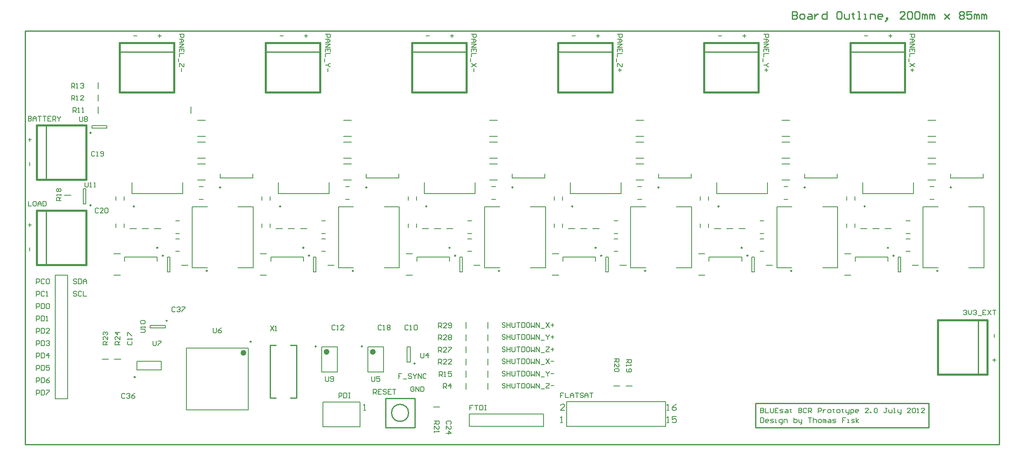
<source format=gto>
%FSLAX44Y44*%
%MOMM*%
G71*
G01*
G75*
G04 Layer_Color=65535*
%ADD10R,1.6000X1.5000*%
%ADD11R,1.5000X1.4000*%
%ADD12R,1.4000X1.5000*%
%ADD13R,0.6500X1.1000*%
%ADD14R,1.5000X1.6000*%
%ADD15R,1.1000X0.6500*%
%ADD16R,0.9500X3.2000*%
%ADD17R,10.5000X8.3000*%
%ADD18R,1.8000X3.5000*%
%ADD19R,1.9000X1.5000*%
%ADD20O,0.4000X2.2500*%
%ADD21R,0.9000X0.6500*%
%ADD22O,1.7000X0.3500*%
%ADD23O,0.5500X1.7500*%
%ADD24O,1.7500X0.5500*%
%ADD25R,2.5000X3.8500*%
%ADD26R,1.5000X2.8000*%
%ADD27R,1.0000X3.0500*%
%ADD28R,5.5500X6.5000*%
%ADD29R,2.1000X5.6000*%
%ADD30R,2.1000X1.4000*%
%ADD31C,0.2000*%
%ADD32C,1.5000*%
%ADD33C,0.8000*%
%ADD34C,1.2000*%
%ADD35C,0.7500*%
%ADD36C,1.0000*%
%ADD37C,0.2540*%
%ADD38R,1.5000X1.5000*%
%ADD39C,1.5000*%
%ADD40R,1.5000X1.5000*%
%ADD41C,1.0000*%
%ADD42C,7.0000*%
%ADD43C,2.5400*%
%ADD44C,0.5000*%
%ADD45C,0.9000*%
%ADD46C,1.0160*%
%ADD47C,1.9160*%
G04:AMPARAMS|DCode=48|XSize=2.424mm|YSize=2.424mm|CornerRadius=0mm|HoleSize=0mm|Usage=FLASHONLY|Rotation=0.000|XOffset=0mm|YOffset=0mm|HoleType=Round|Shape=Relief|Width=0.254mm|Gap=0.254mm|Entries=4|*
%AMTHD48*
7,0,0,2.4240,1.9160,0.2540,45*
%
%ADD48THD48*%
%ADD49C,1.3160*%
%ADD50C,4.5160*%
%ADD51C,2.5160*%
G04:AMPARAMS|DCode=52|XSize=3.024mm|YSize=3.024mm|CornerRadius=0mm|HoleSize=0mm|Usage=FLASHONLY|Rotation=0.000|XOffset=0mm|YOffset=0mm|HoleType=Round|Shape=Relief|Width=0.254mm|Gap=0.254mm|Entries=4|*
%AMTHD52*
7,0,0,3.0240,2.5160,0.2540,45*
%
%ADD52THD52*%
%ADD53C,1.2160*%
%ADD54C,1.5160*%
%ADD55C,0.2500*%
%ADD56C,0.6000*%
%ADD57C,0.3810*%
%ADD58C,0.2032*%
D31*
X1633500Y2000000D02*
X1646500D01*
X1608500D02*
X1621500D01*
X2061500Y1861900D02*
Y1912700D01*
X2137700Y1861900D02*
Y1912700D01*
X2061500Y1861900D02*
X2137700D01*
X2061500Y1912700D02*
X2137700D01*
X2061500D02*
X2110183D01*
X1537700Y1918700D02*
Y2153650D01*
Y2172700D01*
X1512300D02*
X1537700D01*
X1512300Y1918700D02*
Y2172700D01*
Y1918700D02*
X1537700D01*
X1600250Y2506250D02*
Y2519250D01*
Y2531250D02*
Y2544250D01*
Y2556250D02*
Y2569250D01*
X1587250Y2480250D02*
X1618250D01*
X1587250Y2475250D02*
X1618250D01*
Y2480250D01*
X1587250Y2475250D02*
Y2480250D01*
X1570000Y2319500D02*
Y2350500D01*
X1575000Y2319500D02*
Y2350500D01*
X1570000D02*
X1575000D01*
X1570000Y2319500D02*
X1575000D01*
X1531000Y2337500D02*
X1544000D01*
X2870000Y2341000D02*
Y2363500D01*
Y2341000D02*
X2974000D01*
Y2363500D01*
X1804000Y2458500D02*
X1820000D01*
X1804000Y2491500D02*
X1820000D01*
X2704000Y2458500D02*
X2720000D01*
X2704000Y2491500D02*
X2720000D01*
X2104000Y2458500D02*
X2120000D01*
X2104000Y2491500D02*
X2120000D01*
X3004000Y2458500D02*
X3020000D01*
X3004000Y2491500D02*
X3020000D01*
X2404000Y2458500D02*
X2420000D01*
X2404000Y2491500D02*
X2420000D01*
X3304000Y2458500D02*
X3320000D01*
X3304000Y2491500D02*
X3320000D01*
X3153500Y2271000D02*
Y2279000D01*
X3136500Y2271000D02*
Y2279000D01*
X2253500Y2271000D02*
Y2279000D01*
X2236500Y2271000D02*
Y2279000D01*
X2853500Y2271000D02*
Y2279000D01*
X2836500Y2271000D02*
Y2279000D01*
X1953500Y2271000D02*
Y2279000D01*
X1936500Y2271000D02*
Y2279000D01*
X2553500Y2271000D02*
Y2279000D01*
X2536500Y2271000D02*
Y2279000D01*
X1653500Y2271000D02*
Y2279000D01*
X1636500Y2271000D02*
Y2279000D01*
X1680000Y1978500D02*
X1730000D01*
X1680000Y1996500D02*
X1730000D01*
X1680000Y1978500D02*
Y1996500D01*
X1730000Y1978500D02*
Y1996500D01*
X2234000Y1994500D02*
Y2025500D01*
X2241000Y1994500D02*
Y2025500D01*
X2234000D02*
X2241000D01*
X2234000Y1994500D02*
X2241000D01*
X2059000Y1974500D02*
Y2025500D01*
X2091000Y1974500D02*
Y2025500D01*
X2059000D02*
X2091000D01*
X2059000Y1974500D02*
X2091000D01*
X2154000D02*
Y2025500D01*
X2186000Y1974500D02*
Y2025500D01*
X2154000D02*
X2186000D01*
X2154000Y1974500D02*
X2186000D01*
X2355000Y1938500D02*
Y1951500D01*
Y1963500D02*
Y1976500D01*
Y1988500D02*
Y2001500D01*
Y2013500D02*
Y2026500D01*
Y2038500D02*
Y2051500D01*
Y2063500D02*
Y2076500D01*
X2683500Y1945000D02*
X2696500D01*
X2658500D02*
X2671500D01*
X2288500Y1902500D02*
X2301500D01*
X1781500Y2023500D02*
X1908500D01*
X1781500Y1896500D02*
X1908500D01*
Y2023500D01*
X1781500Y1896500D02*
Y2023500D01*
X1707000Y2065000D02*
X1738000D01*
X1707000Y2070000D02*
X1738000D01*
X1707000Y2065000D02*
Y2070000D01*
X1738000Y2065000D02*
Y2070000D01*
X2514700Y1862300D02*
Y1887700D01*
X2362300Y1862300D02*
Y1887700D01*
X2514700D01*
X2362300Y1862300D02*
X2514700D01*
X2765500D02*
Y1913100D01*
X2562300Y1862300D02*
Y1913100D01*
Y1862300D02*
X2765500D01*
X2562300Y1913100D02*
X2765500D01*
X1670000Y2341000D02*
Y2363500D01*
Y2341000D02*
X1774000D01*
Y2363500D01*
X2570000Y2341000D02*
Y2363500D01*
Y2341000D02*
X2674000D01*
Y2363500D01*
X1970000Y2341000D02*
Y2363500D01*
Y2341000D02*
X2074000D01*
Y2363500D01*
X2270000Y2341000D02*
Y2363500D01*
Y2341000D02*
X2374000D01*
Y2363500D01*
X3170000Y2341000D02*
Y2363500D01*
Y2341000D02*
X3274000D01*
Y2363500D01*
X3165500Y2269000D02*
X3178500D01*
X3215500D02*
X3228500D01*
X3190500D02*
X3203500D01*
X3304000Y2401500D02*
X3320000D01*
X3304000Y2368500D02*
X3320000D01*
X3304000Y2446500D02*
X3320000D01*
X3304000Y2413500D02*
X3320000D01*
X3293500Y2188500D02*
Y2313500D01*
X3418500Y2188500D02*
Y2313500D01*
X3293500Y2188500D02*
X3324500D01*
X3293500Y2313500D02*
X3324500D01*
X3387500Y2188500D02*
X3418500D01*
X3387500Y2313500D02*
X3418500D01*
X3153500Y2327000D02*
Y2335000D01*
X3136500Y2327000D02*
Y2335000D01*
X3132500Y2173000D02*
X3145500D01*
X3308000Y2355000D02*
X3316000D01*
X3308000Y2329000D02*
X3316000D01*
X3350500Y2373000D02*
Y2381500D01*
Y2373000D02*
X3417500D01*
Y2381500D01*
X3242500Y2210500D02*
X3247500D01*
X3242500Y2179500D02*
X3247500D01*
X3242500D02*
Y2210500D01*
X3247500Y2179500D02*
Y2210500D01*
X3132500Y2217000D02*
X3145500D01*
X3259000Y2248000D02*
X3267000D01*
X3259000Y2222000D02*
X3267000D01*
X3259000Y2285000D02*
X3267000D01*
X3259000Y2259000D02*
X3267000D01*
X3271500Y2193000D02*
X3284500D01*
X3221500Y2201500D02*
Y2210000D01*
X3154500D02*
X3221500D01*
X3154500Y2201500D02*
Y2210000D01*
X2265500Y2269000D02*
X2278500D01*
X2315500D02*
X2328500D01*
X2290500D02*
X2303500D01*
X2404000Y2401500D02*
X2420000D01*
X2404000Y2368500D02*
X2420000D01*
X2404000Y2446500D02*
X2420000D01*
X2404000Y2413500D02*
X2420000D01*
X2393500Y2188500D02*
Y2313500D01*
X2518500Y2188500D02*
Y2313500D01*
X2393500Y2188500D02*
X2424500D01*
X2393500Y2313500D02*
X2424500D01*
X2487500Y2188500D02*
X2518500D01*
X2487500Y2313500D02*
X2518500D01*
X2253500Y2327000D02*
Y2335000D01*
X2236500Y2327000D02*
Y2335000D01*
X2232500Y2173000D02*
X2245500D01*
X2408000Y2355000D02*
X2416000D01*
X2408000Y2329000D02*
X2416000D01*
X2450500Y2373000D02*
Y2381500D01*
Y2373000D02*
X2517500D01*
Y2381500D01*
X2342500Y2210500D02*
X2347500D01*
X2342500Y2179500D02*
X2347500D01*
X2342500D02*
Y2210500D01*
X2347500Y2179500D02*
Y2210500D01*
X2232500Y2217000D02*
X2245500D01*
X2359000Y2248000D02*
X2367000D01*
X2359000Y2222000D02*
X2367000D01*
X2359000Y2285000D02*
X2367000D01*
X2359000Y2259000D02*
X2367000D01*
X2371500Y2193000D02*
X2384500D01*
X2321500Y2201500D02*
Y2210000D01*
X2254500D02*
X2321500D01*
X2254500Y2201500D02*
Y2210000D01*
X2865500Y2269000D02*
X2878500D01*
X2915500D02*
X2928500D01*
X2890500D02*
X2903500D01*
X3004000Y2401500D02*
X3020000D01*
X3004000Y2368500D02*
X3020000D01*
X3004000Y2446500D02*
X3020000D01*
X3004000Y2413500D02*
X3020000D01*
X2993500Y2188500D02*
Y2313500D01*
X3118500Y2188500D02*
Y2313500D01*
X2993500Y2188500D02*
X3024500D01*
X2993500Y2313500D02*
X3024500D01*
X3087500Y2188500D02*
X3118500D01*
X3087500Y2313500D02*
X3118500D01*
X2853500Y2327000D02*
Y2335000D01*
X2836500Y2327000D02*
Y2335000D01*
X2832500Y2173000D02*
X2845500D01*
X3008000Y2355000D02*
X3016000D01*
X3008000Y2329000D02*
X3016000D01*
X3050500Y2373000D02*
Y2381500D01*
Y2373000D02*
X3117500D01*
Y2381500D01*
X2942500Y2210500D02*
X2947500D01*
X2942500Y2179500D02*
X2947500D01*
X2942500D02*
Y2210500D01*
X2947500Y2179500D02*
Y2210500D01*
X2832500Y2217000D02*
X2845500D01*
X2959000Y2248000D02*
X2967000D01*
X2959000Y2222000D02*
X2967000D01*
X2959000Y2285000D02*
X2967000D01*
X2959000Y2259000D02*
X2967000D01*
X2971500Y2193000D02*
X2984500D01*
X2921500Y2201500D02*
Y2210000D01*
X2854500D02*
X2921500D01*
X2854500Y2201500D02*
Y2210000D01*
X2565500Y2269000D02*
X2578500D01*
X2615500D02*
X2628500D01*
X2590500D02*
X2603500D01*
X2704000Y2401500D02*
X2720000D01*
X2704000Y2368500D02*
X2720000D01*
X2704000Y2446500D02*
X2720000D01*
X2704000Y2413500D02*
X2720000D01*
X2693500Y2188500D02*
Y2313500D01*
X2818500Y2188500D02*
Y2313500D01*
X2693500Y2188500D02*
X2724500D01*
X2693500Y2313500D02*
X2724500D01*
X2787500Y2188500D02*
X2818500D01*
X2787500Y2313500D02*
X2818500D01*
X2553500Y2327000D02*
Y2335000D01*
X2536500Y2327000D02*
Y2335000D01*
X2532500Y2173000D02*
X2545500D01*
X2708000Y2355000D02*
X2716000D01*
X2708000Y2329000D02*
X2716000D01*
X2750500Y2373000D02*
Y2381500D01*
Y2373000D02*
X2817500D01*
Y2381500D01*
X2642500Y2210500D02*
X2647500D01*
X2642500Y2179500D02*
X2647500D01*
X2642500D02*
Y2210500D01*
X2647500Y2179500D02*
Y2210500D01*
X2532500Y2217000D02*
X2545500D01*
X2659000Y2248000D02*
X2667000D01*
X2659000Y2222000D02*
X2667000D01*
X2659000Y2285000D02*
X2667000D01*
X2659000Y2259000D02*
X2667000D01*
X2671500Y2193000D02*
X2684500D01*
X2621500Y2201500D02*
Y2210000D01*
X2554500D02*
X2621500D01*
X2554500Y2201500D02*
Y2210000D01*
X1665500Y2269000D02*
X1678500D01*
X1715500D02*
X1728500D01*
X1690500D02*
X1703500D01*
X1804000Y2401500D02*
X1820000D01*
X1804000Y2368500D02*
X1820000D01*
X1804000Y2446500D02*
X1820000D01*
X1804000Y2413500D02*
X1820000D01*
X1793500Y2188500D02*
Y2313500D01*
X1918500Y2188500D02*
Y2313500D01*
X1793500Y2188500D02*
X1824500D01*
X1793500Y2313500D02*
X1824500D01*
X1887500Y2188500D02*
X1918500D01*
X1887500Y2313500D02*
X1918500D01*
X1653500Y2327000D02*
Y2335000D01*
X1636500Y2327000D02*
Y2335000D01*
X1632500Y2173000D02*
X1645500D01*
X1808000Y2355000D02*
X1816000D01*
X1808000Y2329000D02*
X1816000D01*
X1850500Y2373000D02*
Y2381500D01*
Y2373000D02*
X1917500D01*
Y2381500D01*
X1742500Y2210500D02*
X1747500D01*
X1742500Y2179500D02*
X1747500D01*
X1742500D02*
Y2210500D01*
X1747500Y2179500D02*
Y2210500D01*
X1632500Y2217000D02*
X1645500D01*
X1759000Y2248000D02*
X1767000D01*
X1759000Y2222000D02*
X1767000D01*
X1759000Y2285000D02*
X1767000D01*
X1759000Y2259000D02*
X1767000D01*
X1771500Y2193000D02*
X1784500D01*
X1721500Y2201500D02*
Y2210000D01*
X1654500D02*
X1721500D01*
X1654500Y2201500D02*
Y2210000D01*
X1965500Y2269000D02*
X1978500D01*
X2015500D02*
X2028500D01*
X1990500D02*
X2003500D01*
X2104000Y2401500D02*
X2120000D01*
X2104000Y2368500D02*
X2120000D01*
X2104000Y2446500D02*
X2120000D01*
X2104000Y2413500D02*
X2120000D01*
X2093500Y2188500D02*
Y2313500D01*
X2218500Y2188500D02*
Y2313500D01*
X2093500Y2188500D02*
X2124500D01*
X2093500Y2313500D02*
X2124500D01*
X2187500Y2188500D02*
X2218500D01*
X2187500Y2313500D02*
X2218500D01*
X1953500Y2327000D02*
Y2335000D01*
X1936500Y2327000D02*
Y2335000D01*
X1932500Y2173000D02*
X1945500D01*
X2108000Y2355000D02*
X2116000D01*
X2108000Y2329000D02*
X2116000D01*
X2150500Y2373000D02*
Y2381500D01*
Y2373000D02*
X2217500D01*
Y2381500D01*
X2042500Y2210500D02*
X2047500D01*
X2042500Y2179500D02*
X2047500D01*
X2042500D02*
Y2210500D01*
X2047500Y2179500D02*
Y2210500D01*
X1932500Y2217000D02*
X1945500D01*
X2059000Y2248000D02*
X2067000D01*
X2059000Y2222000D02*
X2067000D01*
X2059000Y2285000D02*
X2067000D01*
X2059000Y2259000D02*
X2067000D01*
X2071500Y2193000D02*
X2084500D01*
X2021500Y2201500D02*
Y2210000D01*
X1954500D02*
X2021500D01*
X1954500Y2201500D02*
Y2210000D01*
X1790500Y2506250D02*
Y2519250D01*
X2400000Y2063500D02*
Y2076500D01*
Y2038500D02*
Y2051500D01*
Y2013500D02*
Y2026500D01*
Y1988500D02*
Y2001500D01*
Y1963500D02*
Y1976500D01*
Y1938500D02*
Y1951500D01*
X1645000Y2030000D02*
X1635003D01*
Y2034998D01*
X1636669Y2036664D01*
X1640002D01*
X1641668Y2034998D01*
Y2030000D01*
Y2033332D02*
X1645000Y2036664D01*
Y2046661D02*
Y2039997D01*
X1638336Y2046661D01*
X1636669D01*
X1635003Y2044995D01*
Y2041663D01*
X1636669Y2039997D01*
X1645000Y2054992D02*
X1635003D01*
X1640002Y2049994D01*
Y2056658D01*
X1620000Y2030000D02*
X1610003D01*
Y2034998D01*
X1611669Y2036664D01*
X1615002D01*
X1616668Y2034998D01*
Y2030000D01*
Y2033332D02*
X1620000Y2036664D01*
Y2046661D02*
Y2039997D01*
X1613336Y2046661D01*
X1611669D01*
X1610003Y2044995D01*
Y2041663D01*
X1611669Y2039997D01*
Y2049994D02*
X1610003Y2051660D01*
Y2054992D01*
X1611669Y2056658D01*
X1613336D01*
X1615002Y2054992D01*
Y2053326D01*
Y2054992D01*
X1616668Y2056658D01*
X1618334D01*
X1620000Y2054992D01*
Y2051660D01*
X1618334Y2049994D01*
X2094230Y1920748D02*
Y1930745D01*
X2099228D01*
X2100894Y1929079D01*
Y1925746D01*
X2099228Y1924080D01*
X2094230D01*
X2104227Y1930745D02*
Y1920748D01*
X2109225D01*
X2110891Y1922414D01*
Y1929079D01*
X2109225Y1930745D01*
X2104227D01*
X2114224D02*
X2117556D01*
X2115890D01*
Y1920748D01*
X2114224D01*
X2117556D01*
X1953768Y2068667D02*
X1960432Y2058670D01*
Y2068667D02*
X1953768Y2058670D01*
X1963765D02*
X1967097D01*
X1965431D01*
Y2068667D01*
X1963765Y2067001D01*
X1573000Y2363997D02*
Y2355666D01*
X1574666Y2354000D01*
X1577998D01*
X1579664Y2355666D01*
Y2363997D01*
X1582997Y2354000D02*
X1586329D01*
X1584663D01*
Y2363997D01*
X1582997Y2362331D01*
X1591327Y2354000D02*
X1594660D01*
X1592994D01*
Y2363997D01*
X1591327Y2362331D01*
X1686977Y2055114D02*
X1695308D01*
X1696974Y2056780D01*
Y2060112D01*
X1695308Y2061779D01*
X1686977D01*
X1696974Y2065111D02*
Y2068443D01*
Y2066777D01*
X1686977D01*
X1688643Y2065111D01*
Y2073441D02*
X1686977Y2075108D01*
Y2078440D01*
X1688643Y2080106D01*
X1695308D01*
X1696974Y2078440D01*
Y2075108D01*
X1695308Y2073441D01*
X1688643D01*
X2066544Y1964527D02*
Y1956196D01*
X2068210Y1954530D01*
X2071542D01*
X2073208Y1956196D01*
Y1964527D01*
X2076541Y1956196D02*
X2078207Y1954530D01*
X2081539D01*
X2083205Y1956196D01*
Y1962861D01*
X2081539Y1964527D01*
X2078207D01*
X2076541Y1962861D01*
Y1961194D01*
X2078207Y1959528D01*
X2083205D01*
X1561750Y2498747D02*
Y2490416D01*
X1563416Y2488750D01*
X1566748D01*
X1568414Y2490416D01*
Y2498747D01*
X1571747Y2497081D02*
X1573413Y2498747D01*
X1576745D01*
X1578411Y2497081D01*
Y2495414D01*
X1576745Y2493748D01*
X1578411Y2492082D01*
Y2490416D01*
X1576745Y2488750D01*
X1573413D01*
X1571747Y2490416D01*
Y2492082D01*
X1573413Y2493748D01*
X1571747Y2495414D01*
Y2497081D01*
X1573413Y2493748D02*
X1576745D01*
X1713000Y2037997D02*
Y2029666D01*
X1714666Y2028000D01*
X1717998D01*
X1719664Y2029666D01*
Y2037997D01*
X1722997D02*
X1729661D01*
Y2036331D01*
X1722997Y2029666D01*
Y2028000D01*
X1836674Y2064857D02*
Y2056526D01*
X1838340Y2054860D01*
X1841672D01*
X1843338Y2056526D01*
Y2064857D01*
X1853335D02*
X1850003Y2063191D01*
X1846671Y2059858D01*
Y2056526D01*
X1848337Y2054860D01*
X1851669D01*
X1853335Y2056526D01*
Y2058192D01*
X1851669Y2059858D01*
X1846671D01*
X2161794Y1964527D02*
Y1956196D01*
X2163460Y1954530D01*
X2166792D01*
X2168459Y1956196D01*
Y1964527D01*
X2178455D02*
X2171791D01*
Y1959528D01*
X2175123Y1961194D01*
X2176789D01*
X2178455Y1959528D01*
Y1956196D01*
X2176789Y1954530D01*
X2173457D01*
X2171791Y1956196D01*
X2262632Y2013041D02*
Y2004710D01*
X2264298Y2003044D01*
X2267630D01*
X2269297Y2004710D01*
Y2013041D01*
X2277627Y2003044D02*
Y2013041D01*
X2272629Y2008042D01*
X2279293D01*
X2298700Y2065020D02*
Y2075017D01*
X2303698D01*
X2305365Y2073351D01*
Y2070018D01*
X2303698Y2068352D01*
X2298700D01*
X2302032D02*
X2305365Y2065020D01*
X2315361D02*
X2308697D01*
X2315361Y2071685D01*
Y2073351D01*
X2313695Y2075017D01*
X2310363D01*
X2308697Y2073351D01*
X2318694Y2066686D02*
X2320360Y2065020D01*
X2323692D01*
X2325358Y2066686D01*
Y2073351D01*
X2323692Y2075017D01*
X2320360D01*
X2318694Y2073351D01*
Y2071685D01*
X2320360Y2070018D01*
X2325358D01*
X2298700Y2040128D02*
Y2050125D01*
X2303698D01*
X2305365Y2048459D01*
Y2045126D01*
X2303698Y2043460D01*
X2298700D01*
X2302032D02*
X2305365Y2040128D01*
X2315361D02*
X2308697D01*
X2315361Y2046792D01*
Y2048459D01*
X2313695Y2050125D01*
X2310363D01*
X2308697Y2048459D01*
X2318694D02*
X2320360Y2050125D01*
X2323692D01*
X2325358Y2048459D01*
Y2046792D01*
X2323692Y2045126D01*
X2325358Y2043460D01*
Y2041794D01*
X2323692Y2040128D01*
X2320360D01*
X2318694Y2041794D01*
Y2043460D01*
X2320360Y2045126D01*
X2318694Y2046792D01*
Y2048459D01*
X2320360Y2045126D02*
X2323692D01*
X2298700Y2014982D02*
Y2024979D01*
X2303698D01*
X2305365Y2023313D01*
Y2019980D01*
X2303698Y2018314D01*
X2298700D01*
X2302032D02*
X2305365Y2014982D01*
X2315361D02*
X2308697D01*
X2315361Y2021647D01*
Y2023313D01*
X2313695Y2024979D01*
X2310363D01*
X2308697Y2023313D01*
X2318694Y2024979D02*
X2325358D01*
Y2023313D01*
X2318694Y2016648D01*
Y2014982D01*
X2298700Y1990090D02*
Y2000087D01*
X2303698D01*
X2305365Y1998421D01*
Y1995088D01*
X2303698Y1993422D01*
X2298700D01*
X2302032D02*
X2305365Y1990090D01*
X2315361D02*
X2308697D01*
X2315361Y1996754D01*
Y1998421D01*
X2313695Y2000087D01*
X2310363D01*
X2308697Y1998421D01*
X2325358Y1990090D02*
X2318694D01*
X2325358Y1996754D01*
Y1998421D01*
X2323692Y2000087D01*
X2320360D01*
X2318694Y1998421D01*
X1524250Y2326250D02*
X1514253D01*
Y2331248D01*
X1515919Y2332914D01*
X1519252D01*
X1520918Y2331248D01*
Y2326250D01*
Y2329582D02*
X1524250Y2332914D01*
Y2336247D02*
Y2339579D01*
Y2337913D01*
X1514253D01*
X1515919Y2336247D01*
Y2344577D02*
X1514253Y2346244D01*
Y2349576D01*
X1515919Y2351242D01*
X1517585D01*
X1519252Y2349576D01*
X1520918Y2351242D01*
X1522584D01*
X1524250Y2349576D01*
Y2346244D01*
X1522584Y2344577D01*
X1520918D01*
X1519252Y2346244D01*
X1517585Y2344577D01*
X1515919D01*
X1519252Y2346244D02*
Y2349576D01*
X2300478Y1964944D02*
Y1974941D01*
X2305476D01*
X2307142Y1973275D01*
Y1969942D01*
X2305476Y1968276D01*
X2300478D01*
X2303810D02*
X2307142Y1964944D01*
X2310475D02*
X2313807D01*
X2312141D01*
Y1974941D01*
X2310475Y1973275D01*
X2325470Y1974941D02*
X2318805D01*
Y1969942D01*
X2322138Y1971608D01*
X2323804D01*
X2325470Y1969942D01*
Y1966610D01*
X2323804Y1964944D01*
X2320472D01*
X2318805Y1966610D01*
X1545590Y2557780D02*
Y2567777D01*
X1550588D01*
X1552254Y2566111D01*
Y2562778D01*
X1550588Y2561112D01*
X1545590D01*
X1548922D02*
X1552254Y2557780D01*
X1555587D02*
X1558919D01*
X1557253D01*
Y2567777D01*
X1555587Y2566111D01*
X1563917D02*
X1565584Y2567777D01*
X1568916D01*
X1570582Y2566111D01*
Y2564445D01*
X1568916Y2562778D01*
X1567250D01*
X1568916D01*
X1570582Y2561112D01*
Y2559446D01*
X1568916Y2557780D01*
X1565584D01*
X1563917Y2559446D01*
X1545590Y2532634D02*
Y2542631D01*
X1550588D01*
X1552254Y2540965D01*
Y2537632D01*
X1550588Y2535966D01*
X1545590D01*
X1548922D02*
X1552254Y2532634D01*
X1555587D02*
X1558919D01*
X1557253D01*
Y2542631D01*
X1555587Y2540965D01*
X1570582Y2532634D02*
X1563917D01*
X1570582Y2539299D01*
Y2540965D01*
X1568916Y2542631D01*
X1565584D01*
X1563917Y2540965D01*
X1548892Y2507742D02*
Y2517739D01*
X1553890D01*
X1555556Y2516073D01*
Y2512740D01*
X1553890Y2511074D01*
X1548892D01*
X1552224D02*
X1555556Y2507742D01*
X1558889D02*
X1562221D01*
X1560555D01*
Y2517739D01*
X1558889Y2516073D01*
X1567219Y2507742D02*
X1570552D01*
X1568886D01*
Y2517739D01*
X1567219Y2516073D01*
X2308860Y1940052D02*
Y1950049D01*
X2313858D01*
X2315524Y1948383D01*
Y1945050D01*
X2313858Y1943384D01*
X2308860D01*
X2312192D02*
X2315524Y1940052D01*
X2323855D02*
Y1950049D01*
X2318857Y1945050D01*
X2325521D01*
X1766570Y2668232D02*
X1776567D01*
Y2663234D01*
X1774901Y2661567D01*
X1771568D01*
X1769902Y2663234D01*
Y2668232D01*
X1766570Y2658235D02*
X1773235D01*
X1776567Y2654903D01*
X1773235Y2651571D01*
X1766570D01*
X1771568D01*
Y2658235D01*
X1766570Y2648239D02*
X1776567D01*
X1766570Y2641574D01*
X1776567D01*
Y2631577D02*
Y2638242D01*
X1766570D01*
Y2631577D01*
X1771568Y2638242D02*
Y2634909D01*
X1776567Y2628245D02*
X1766570D01*
Y2621581D01*
X1764904Y2618248D02*
Y2611584D01*
X1776567Y2608251D02*
Y2601587D01*
X1774901D01*
X1768236Y2608251D01*
X1766570D01*
Y2601587D01*
X1771568Y2598254D02*
Y2591590D01*
X2666492Y2668232D02*
X2676489D01*
Y2663234D01*
X2674823Y2661567D01*
X2671490D01*
X2669824Y2663234D01*
Y2668232D01*
X2666492Y2658235D02*
X2673156D01*
X2676489Y2654903D01*
X2673156Y2651571D01*
X2666492D01*
X2671490D01*
Y2658235D01*
X2666492Y2648239D02*
X2676489D01*
X2666492Y2641574D01*
X2676489D01*
Y2631577D02*
Y2638242D01*
X2666492D01*
Y2631577D01*
X2671490Y2638242D02*
Y2634909D01*
X2676489Y2628245D02*
X2666492D01*
Y2621581D01*
X2664826Y2618248D02*
Y2611584D01*
X2676489Y2608251D02*
Y2601587D01*
X2674823D01*
X2668158Y2608251D01*
X2666492D01*
Y2601587D01*
X2671490Y2598254D02*
Y2591590D01*
X2674823Y2594922D02*
X2668158D01*
X2066544Y2668232D02*
X2076541D01*
Y2663234D01*
X2074875Y2661567D01*
X2071542D01*
X2069876Y2663234D01*
Y2668232D01*
X2066544Y2658235D02*
X2073208D01*
X2076541Y2654903D01*
X2073208Y2651571D01*
X2066544D01*
X2071542D01*
Y2658235D01*
X2066544Y2648239D02*
X2076541D01*
X2066544Y2641574D01*
X2076541D01*
Y2631577D02*
Y2638242D01*
X2066544D01*
Y2631577D01*
X2071542Y2638242D02*
Y2634909D01*
X2076541Y2628245D02*
X2066544D01*
Y2621581D01*
X2064878Y2618248D02*
Y2611584D01*
X2076541Y2608251D02*
X2074875D01*
X2071542Y2604919D01*
X2074875Y2601587D01*
X2076541D01*
X2071542Y2604919D02*
X2066544D01*
X2071542Y2598254D02*
Y2591590D01*
X2966466Y2668232D02*
X2976463D01*
Y2663234D01*
X2974796Y2661567D01*
X2971465D01*
X2969798Y2663234D01*
Y2668232D01*
X2966466Y2658235D02*
X2973130D01*
X2976463Y2654903D01*
X2973130Y2651571D01*
X2966466D01*
X2971465D01*
Y2658235D01*
X2966466Y2648239D02*
X2976463D01*
X2966466Y2641574D01*
X2976463D01*
Y2631577D02*
Y2638242D01*
X2966466D01*
Y2631577D01*
X2971465Y2638242D02*
Y2634909D01*
X2976463Y2628245D02*
X2966466D01*
Y2621581D01*
X2964800Y2618248D02*
Y2611584D01*
X2976463Y2608251D02*
X2974796D01*
X2971465Y2604919D01*
X2974796Y2601587D01*
X2976463D01*
X2971465Y2604919D02*
X2966466D01*
X2971465Y2598254D02*
Y2591590D01*
X2974796Y2594922D02*
X2968132D01*
X2366518Y2668232D02*
X2376515D01*
Y2663234D01*
X2374849Y2661567D01*
X2371516D01*
X2369850Y2663234D01*
Y2668232D01*
X2366518Y2658235D02*
X2373183D01*
X2376515Y2654903D01*
X2373183Y2651571D01*
X2366518D01*
X2371516D01*
Y2658235D01*
X2366518Y2648239D02*
X2376515D01*
X2366518Y2641574D01*
X2376515D01*
Y2631577D02*
Y2638242D01*
X2366518D01*
Y2631577D01*
X2371516Y2638242D02*
Y2634909D01*
X2376515Y2628245D02*
X2366518D01*
Y2621581D01*
X2364852Y2618248D02*
Y2611584D01*
X2376515Y2608251D02*
X2366518Y2601587D01*
X2376515D02*
X2366518Y2608251D01*
X2371516Y2598254D02*
Y2591590D01*
X3266440Y2668232D02*
X3276437D01*
Y2663234D01*
X3274771Y2661567D01*
X3271438D01*
X3269772Y2663234D01*
Y2668232D01*
X3266440Y2658235D02*
X3273105D01*
X3276437Y2654903D01*
X3273105Y2651571D01*
X3266440D01*
X3271438D01*
Y2658235D01*
X3266440Y2648239D02*
X3276437D01*
X3266440Y2641574D01*
X3276437D01*
Y2631577D02*
Y2638242D01*
X3266440D01*
Y2631577D01*
X3271438Y2638242D02*
Y2634909D01*
X3276437Y2628245D02*
X3266440D01*
Y2621581D01*
X3264774Y2618248D02*
Y2611584D01*
X3276437Y2608251D02*
X3266440Y2601587D01*
X3276437D02*
X3266440Y2608251D01*
X3271438Y2598254D02*
Y2591590D01*
X3274771Y2594922D02*
X3268106D01*
X1456690Y2324953D02*
Y2314956D01*
X1463354D01*
X1471685Y2324953D02*
X1468353D01*
X1466687Y2323287D01*
Y2316622D01*
X1468353Y2314956D01*
X1471685D01*
X1473351Y2316622D01*
Y2323287D01*
X1471685Y2324953D01*
X1476684Y2314956D02*
Y2321620D01*
X1480016Y2324953D01*
X1483348Y2321620D01*
Y2314956D01*
Y2319954D01*
X1476684D01*
X1486680Y2324953D02*
Y2314956D01*
X1491679D01*
X1493345Y2316622D01*
Y2323287D01*
X1491679Y2324953D01*
X1486680D01*
X2369881Y1905853D02*
X2363216D01*
Y1900854D01*
X2366548D01*
X2363216D01*
Y1895856D01*
X2373213Y1905853D02*
X2379877D01*
X2376545D01*
Y1895856D01*
X2383210Y1905853D02*
Y1895856D01*
X2388208D01*
X2389874Y1897522D01*
Y1904187D01*
X2388208Y1905853D01*
X2383210D01*
X2393206D02*
X2396539D01*
X2394872D01*
Y1895856D01*
X2393206D01*
X2396539D01*
X2556317Y1931253D02*
X2549652D01*
Y1926254D01*
X2552984D01*
X2549652D01*
Y1921256D01*
X2559649Y1931253D02*
Y1921256D01*
X2566313D01*
X2569646D02*
Y1927921D01*
X2572978Y1931253D01*
X2576310Y1927921D01*
Y1921256D01*
Y1926254D01*
X2569646D01*
X2579642Y1931253D02*
X2586307D01*
X2582975D01*
Y1921256D01*
X2596304Y1929587D02*
X2594637Y1931253D01*
X2591305D01*
X2589639Y1929587D01*
Y1927921D01*
X2591305Y1926254D01*
X2594637D01*
X2596304Y1924588D01*
Y1922922D01*
X2594637Y1921256D01*
X2591305D01*
X2589639Y1922922D01*
X2599636Y1921256D02*
Y1927921D01*
X2602968Y1931253D01*
X2606300Y1927921D01*
Y1921256D01*
Y1926254D01*
X2599636D01*
X2609633Y1931253D02*
X2616297D01*
X2612965D01*
Y1921256D01*
X1758757Y2105863D02*
X1757090Y2107529D01*
X1753758D01*
X1752092Y2105863D01*
Y2099198D01*
X1753758Y2097532D01*
X1757090D01*
X1758757Y2099198D01*
X1762089Y2105863D02*
X1763755Y2107529D01*
X1767087D01*
X1768753Y2105863D01*
Y2104196D01*
X1767087Y2102530D01*
X1765421D01*
X1767087D01*
X1768753Y2100864D01*
Y2099198D01*
X1767087Y2097532D01*
X1763755D01*
X1762089Y2099198D01*
X1772086Y2107529D02*
X1778750D01*
Y2105863D01*
X1772086Y2099198D01*
Y2097532D01*
X1655379Y1928317D02*
X1653712Y1929983D01*
X1650380D01*
X1648714Y1928317D01*
Y1921652D01*
X1650380Y1919986D01*
X1653712D01*
X1655379Y1921652D01*
X1658711Y1928317D02*
X1660377Y1929983D01*
X1663709D01*
X1665375Y1928317D01*
Y1926651D01*
X1663709Y1924984D01*
X1662043D01*
X1663709D01*
X1665375Y1923318D01*
Y1921652D01*
X1663709Y1919986D01*
X1660377D01*
X1658711Y1921652D01*
X1675372Y1929983D02*
X1672040Y1928317D01*
X1668708Y1924984D01*
Y1921652D01*
X1670374Y1919986D01*
X1673706D01*
X1675372Y1921652D01*
Y1923318D01*
X1673706Y1924984D01*
X1668708D01*
X2323287Y1866331D02*
X2324953Y1867998D01*
Y1871330D01*
X2323287Y1872996D01*
X2316622D01*
X2314956Y1871330D01*
Y1867998D01*
X2316622Y1866331D01*
X2314956Y1856335D02*
Y1862999D01*
X2321620Y1856335D01*
X2323287D01*
X2324953Y1858001D01*
Y1861333D01*
X2323287Y1862999D01*
X2314956Y1848004D02*
X2324953D01*
X2319954Y1853002D01*
Y1846338D01*
X1600665Y2309081D02*
X1598998Y2310747D01*
X1595666D01*
X1594000Y2309081D01*
Y2302416D01*
X1595666Y2300750D01*
X1598998D01*
X1600665Y2302416D01*
X1610661Y2300750D02*
X1603997D01*
X1610661Y2307415D01*
Y2309081D01*
X1608995Y2310747D01*
X1605663D01*
X1603997Y2309081D01*
X1613994D02*
X1615660Y2310747D01*
X1618992D01*
X1620658Y2309081D01*
Y2302416D01*
X1618992Y2300750D01*
X1615660D01*
X1613994Y2302416D01*
Y2309081D01*
X1593165Y2425831D02*
X1591498Y2427497D01*
X1588166D01*
X1586500Y2425831D01*
Y2419166D01*
X1588166Y2417500D01*
X1591498D01*
X1593165Y2419166D01*
X1596497Y2417500D02*
X1599829D01*
X1598163D01*
Y2427497D01*
X1596497Y2425831D01*
X1604827Y2419166D02*
X1606494Y2417500D01*
X1609826D01*
X1611492Y2419166D01*
Y2425831D01*
X1609826Y2427497D01*
X1606494D01*
X1604827Y2425831D01*
Y2424164D01*
X1606494Y2422498D01*
X1611492D01*
X2181667Y2069033D02*
X2180000Y2070699D01*
X2176668D01*
X2175002Y2069033D01*
Y2062368D01*
X2176668Y2060702D01*
X2180000D01*
X2181667Y2062368D01*
X2184999Y2060702D02*
X2188331D01*
X2186665D01*
Y2070699D01*
X2184999Y2069033D01*
X2193329D02*
X2194996Y2070699D01*
X2198328D01*
X2199994Y2069033D01*
Y2067366D01*
X2198328Y2065700D01*
X2199994Y2064034D01*
Y2062368D01*
X2198328Y2060702D01*
X2194996D01*
X2193329Y2062368D01*
Y2064034D01*
X2194996Y2065700D01*
X2193329Y2067366D01*
Y2069033D01*
X2194996Y2065700D02*
X2198328D01*
X1661669Y2036664D02*
X1660003Y2034998D01*
Y2031666D01*
X1661669Y2030000D01*
X1668334D01*
X1670000Y2031666D01*
Y2034998D01*
X1668334Y2036664D01*
X1670000Y2039997D02*
Y2043329D01*
Y2041663D01*
X1660003D01*
X1661669Y2039997D01*
X1660003Y2048327D02*
Y2054992D01*
X1661669D01*
X1668334Y2048327D01*
X1670000D01*
X2086671Y2069033D02*
X2085004Y2070699D01*
X2081672D01*
X2080006Y2069033D01*
Y2062368D01*
X2081672Y2060702D01*
X2085004D01*
X2086671Y2062368D01*
X2090003Y2060702D02*
X2093335D01*
X2091669D01*
Y2070699D01*
X2090003Y2069033D01*
X2104998Y2060702D02*
X2098333D01*
X2104998Y2067366D01*
Y2069033D01*
X2103332Y2070699D01*
X2100000D01*
X2098333Y2069033D01*
X2236785D02*
X2235118Y2070699D01*
X2231786D01*
X2230120Y2069033D01*
Y2062368D01*
X2231786Y2060702D01*
X2235118D01*
X2236785Y2062368D01*
X2240117Y2060702D02*
X2243449D01*
X2241783D01*
Y2070699D01*
X2240117Y2069033D01*
X2248447D02*
X2250114Y2070699D01*
X2253446D01*
X2255112Y2069033D01*
Y2062368D01*
X2253446Y2060702D01*
X2250114D01*
X2248447Y2062368D01*
Y2069033D01*
X1456690Y2499959D02*
Y2489962D01*
X1461688D01*
X1463354Y2491628D01*
Y2493294D01*
X1461688Y2494960D01*
X1456690D01*
X1461688D01*
X1463354Y2496626D01*
Y2498293D01*
X1461688Y2499959D01*
X1456690D01*
X1466687Y2489962D02*
Y2496626D01*
X1470019Y2499959D01*
X1473351Y2496626D01*
Y2489962D01*
Y2494960D01*
X1466687D01*
X1476684Y2499959D02*
X1483348D01*
X1480016D01*
Y2489962D01*
X1486680Y2499959D02*
X1493345D01*
X1490013D01*
Y2489962D01*
X1503342Y2499959D02*
X1496677D01*
Y2489962D01*
X1503342D01*
X1496677Y2494960D02*
X1500009D01*
X1506674Y2489962D02*
Y2499959D01*
X1511672D01*
X1513338Y2498293D01*
Y2494960D01*
X1511672Y2493294D01*
X1506674D01*
X1510006D02*
X1513338Y2489962D01*
X1516671Y2499959D02*
Y2498293D01*
X1520003Y2494960D01*
X1523335Y2498293D01*
Y2499959D01*
X1520003Y2494960D02*
Y2489962D01*
X3376676Y2099767D02*
X3378342Y2101433D01*
X3381674D01*
X3383340Y2099767D01*
Y2098100D01*
X3381674Y2096434D01*
X3380008D01*
X3381674D01*
X3383340Y2094768D01*
Y2093102D01*
X3381674Y2091436D01*
X3378342D01*
X3376676Y2093102D01*
X3386673Y2101433D02*
Y2094768D01*
X3390005Y2091436D01*
X3393337Y2094768D01*
Y2101433D01*
X3396670Y2099767D02*
X3398336Y2101433D01*
X3401668D01*
X3403334Y2099767D01*
Y2098100D01*
X3401668Y2096434D01*
X3400002D01*
X3401668D01*
X3403334Y2094768D01*
Y2093102D01*
X3401668Y2091436D01*
X3398336D01*
X3396670Y2093102D01*
X3406666Y2089770D02*
X3413331D01*
X3423328Y2101433D02*
X3416663D01*
Y2091436D01*
X3423328D01*
X3416663Y2096434D02*
X3419995D01*
X3426660Y2101433D02*
X3433324Y2091436D01*
Y2101433D02*
X3426660Y2091436D01*
X3436657Y2101433D02*
X3443321D01*
X3439989D01*
Y2091436D01*
X2290064Y1872996D02*
X2300061D01*
Y1867998D01*
X2298395Y1866331D01*
X2295062D01*
X2293396Y1867998D01*
Y1872996D01*
Y1869664D02*
X2290064Y1866331D01*
Y1856335D02*
Y1862999D01*
X2296729Y1856335D01*
X2298395D01*
X2300061Y1858001D01*
Y1861333D01*
X2298395Y1862999D01*
X2290064Y1853002D02*
Y1849670D01*
Y1851336D01*
X2300061D01*
X2298395Y1853002D01*
X2165096Y1928368D02*
Y1938365D01*
X2170094D01*
X2171761Y1936699D01*
Y1933366D01*
X2170094Y1931700D01*
X2165096D01*
X2168428D02*
X2171761Y1928368D01*
X2181757Y1938365D02*
X2175093D01*
Y1928368D01*
X2181757D01*
X2175093Y1933366D02*
X2178425D01*
X2191754Y1936699D02*
X2190088Y1938365D01*
X2186756D01*
X2185090Y1936699D01*
Y1935033D01*
X2186756Y1933366D01*
X2190088D01*
X2191754Y1931700D01*
Y1930034D01*
X2190088Y1928368D01*
X2186756D01*
X2185090Y1930034D01*
X2201751Y1938365D02*
X2195086D01*
Y1928368D01*
X2201751D01*
X2195086Y1933366D02*
X2198419D01*
X2205083Y1938365D02*
X2211748D01*
X2208415D01*
Y1928368D01*
X2436174Y2074113D02*
X2434508Y2075779D01*
X2431176D01*
X2429510Y2074113D01*
Y2072446D01*
X2431176Y2070780D01*
X2434508D01*
X2436174Y2069114D01*
Y2067448D01*
X2434508Y2065782D01*
X2431176D01*
X2429510Y2067448D01*
X2439507Y2075779D02*
Y2065782D01*
Y2070780D01*
X2446171D01*
Y2075779D01*
Y2065782D01*
X2449504Y2075779D02*
Y2067448D01*
X2451170Y2065782D01*
X2454502D01*
X2456168Y2067448D01*
Y2075779D01*
X2459500D02*
X2466165D01*
X2462833D01*
Y2065782D01*
X2469497Y2075779D02*
Y2065782D01*
X2474496D01*
X2476162Y2067448D01*
Y2074113D01*
X2474496Y2075779D01*
X2469497D01*
X2484492D02*
X2481160D01*
X2479494Y2074113D01*
Y2067448D01*
X2481160Y2065782D01*
X2484492D01*
X2486158Y2067448D01*
Y2074113D01*
X2484492Y2075779D01*
X2489491D02*
Y2065782D01*
X2492823Y2069114D01*
X2496155Y2065782D01*
Y2075779D01*
X2499487Y2065782D02*
Y2075779D01*
X2506152Y2065782D01*
Y2075779D01*
X2509484Y2064116D02*
X2516149D01*
X2519481Y2075779D02*
X2526145Y2065782D01*
Y2075779D02*
X2519481Y2065782D01*
X2529478Y2070780D02*
X2536142D01*
X2532810Y2074113D02*
Y2067448D01*
X2436174Y1999183D02*
X2434508Y2000849D01*
X2431176D01*
X2429510Y1999183D01*
Y1997516D01*
X2431176Y1995850D01*
X2434508D01*
X2436174Y1994184D01*
Y1992518D01*
X2434508Y1990852D01*
X2431176D01*
X2429510Y1992518D01*
X2439507Y2000849D02*
Y1990852D01*
Y1995850D01*
X2446171D01*
Y2000849D01*
Y1990852D01*
X2449504Y2000849D02*
Y1992518D01*
X2451170Y1990852D01*
X2454502D01*
X2456168Y1992518D01*
Y2000849D01*
X2459500D02*
X2466165D01*
X2462833D01*
Y1990852D01*
X2469497Y2000849D02*
Y1990852D01*
X2474496D01*
X2476162Y1992518D01*
Y1999183D01*
X2474496Y2000849D01*
X2469497D01*
X2484492D02*
X2481160D01*
X2479494Y1999183D01*
Y1992518D01*
X2481160Y1990852D01*
X2484492D01*
X2486158Y1992518D01*
Y1999183D01*
X2484492Y2000849D01*
X2489491D02*
Y1990852D01*
X2492823Y1994184D01*
X2496155Y1990852D01*
Y2000849D01*
X2499487Y1990852D02*
Y2000849D01*
X2506152Y1990852D01*
Y2000849D01*
X2509484Y1989186D02*
X2516149D01*
X2519481Y2000849D02*
X2526145Y1990852D01*
Y2000849D02*
X2519481Y1990852D01*
X2529478Y1995850D02*
X2536142D01*
X2436174Y2049221D02*
X2434508Y2050887D01*
X2431176D01*
X2429510Y2049221D01*
Y2047554D01*
X2431176Y2045888D01*
X2434508D01*
X2436174Y2044222D01*
Y2042556D01*
X2434508Y2040890D01*
X2431176D01*
X2429510Y2042556D01*
X2439507Y2050887D02*
Y2040890D01*
Y2045888D01*
X2446171D01*
Y2050887D01*
Y2040890D01*
X2449504Y2050887D02*
Y2042556D01*
X2451170Y2040890D01*
X2454502D01*
X2456168Y2042556D01*
Y2050887D01*
X2459500D02*
X2466165D01*
X2462833D01*
Y2040890D01*
X2469497Y2050887D02*
Y2040890D01*
X2474496D01*
X2476162Y2042556D01*
Y2049221D01*
X2474496Y2050887D01*
X2469497D01*
X2484492D02*
X2481160D01*
X2479494Y2049221D01*
Y2042556D01*
X2481160Y2040890D01*
X2484492D01*
X2486158Y2042556D01*
Y2049221D01*
X2484492Y2050887D01*
X2489491D02*
Y2040890D01*
X2492823Y2044222D01*
X2496155Y2040890D01*
Y2050887D01*
X2499487Y2040890D02*
Y2050887D01*
X2506152Y2040890D01*
Y2050887D01*
X2509484Y2039224D02*
X2516149D01*
X2519481Y2050887D02*
Y2049221D01*
X2522813Y2045888D01*
X2526145Y2049221D01*
Y2050887D01*
X2522813Y2045888D02*
Y2040890D01*
X2529478Y2045888D02*
X2536142D01*
X2532810Y2049221D02*
Y2042556D01*
X2436174Y1974291D02*
X2434508Y1975957D01*
X2431176D01*
X2429510Y1974291D01*
Y1972625D01*
X2431176Y1970958D01*
X2434508D01*
X2436174Y1969292D01*
Y1967626D01*
X2434508Y1965960D01*
X2431176D01*
X2429510Y1967626D01*
X2439507Y1975957D02*
Y1965960D01*
Y1970958D01*
X2446171D01*
Y1975957D01*
Y1965960D01*
X2449504Y1975957D02*
Y1967626D01*
X2451170Y1965960D01*
X2454502D01*
X2456168Y1967626D01*
Y1975957D01*
X2459500D02*
X2466165D01*
X2462833D01*
Y1965960D01*
X2469497Y1975957D02*
Y1965960D01*
X2474496D01*
X2476162Y1967626D01*
Y1974291D01*
X2474496Y1975957D01*
X2469497D01*
X2484492D02*
X2481160D01*
X2479494Y1974291D01*
Y1967626D01*
X2481160Y1965960D01*
X2484492D01*
X2486158Y1967626D01*
Y1974291D01*
X2484492Y1975957D01*
X2489491D02*
Y1965960D01*
X2492823Y1969292D01*
X2496155Y1965960D01*
Y1975957D01*
X2499487Y1965960D02*
Y1975957D01*
X2506152Y1965960D01*
Y1975957D01*
X2509484Y1964294D02*
X2516149D01*
X2519481Y1975957D02*
Y1974291D01*
X2522813Y1970958D01*
X2526145Y1974291D01*
Y1975957D01*
X2522813Y1970958D02*
Y1965960D01*
X2529478Y1970958D02*
X2536142D01*
X2436174Y2024075D02*
X2434508Y2025741D01*
X2431176D01*
X2429510Y2024075D01*
Y2022408D01*
X2431176Y2020742D01*
X2434508D01*
X2436174Y2019076D01*
Y2017410D01*
X2434508Y2015744D01*
X2431176D01*
X2429510Y2017410D01*
X2439507Y2025741D02*
Y2015744D01*
Y2020742D01*
X2446171D01*
Y2025741D01*
Y2015744D01*
X2449504Y2025741D02*
Y2017410D01*
X2451170Y2015744D01*
X2454502D01*
X2456168Y2017410D01*
Y2025741D01*
X2459500D02*
X2466165D01*
X2462833D01*
Y2015744D01*
X2469497Y2025741D02*
Y2015744D01*
X2474496D01*
X2476162Y2017410D01*
Y2024075D01*
X2474496Y2025741D01*
X2469497D01*
X2484492D02*
X2481160D01*
X2479494Y2024075D01*
Y2017410D01*
X2481160Y2015744D01*
X2484492D01*
X2486158Y2017410D01*
Y2024075D01*
X2484492Y2025741D01*
X2489491D02*
Y2015744D01*
X2492823Y2019076D01*
X2496155Y2015744D01*
Y2025741D01*
X2499487Y2015744D02*
Y2025741D01*
X2506152Y2015744D01*
Y2025741D01*
X2509484Y2014078D02*
X2516149D01*
X2519481Y2025741D02*
X2526145D01*
Y2024075D01*
X2519481Y2017410D01*
Y2015744D01*
X2526145D01*
X2529478Y2020742D02*
X2536142D01*
X2532810Y2024075D02*
Y2017410D01*
X2436174Y1949145D02*
X2434508Y1950811D01*
X2431176D01*
X2429510Y1949145D01*
Y1947478D01*
X2431176Y1945812D01*
X2434508D01*
X2436174Y1944146D01*
Y1942480D01*
X2434508Y1940814D01*
X2431176D01*
X2429510Y1942480D01*
X2439507Y1950811D02*
Y1940814D01*
Y1945812D01*
X2446171D01*
Y1950811D01*
Y1940814D01*
X2449504Y1950811D02*
Y1942480D01*
X2451170Y1940814D01*
X2454502D01*
X2456168Y1942480D01*
Y1950811D01*
X2459500D02*
X2466165D01*
X2462833D01*
Y1940814D01*
X2469497Y1950811D02*
Y1940814D01*
X2474496D01*
X2476162Y1942480D01*
Y1949145D01*
X2474496Y1950811D01*
X2469497D01*
X2484492D02*
X2481160D01*
X2479494Y1949145D01*
Y1942480D01*
X2481160Y1940814D01*
X2484492D01*
X2486158Y1942480D01*
Y1949145D01*
X2484492Y1950811D01*
X2489491D02*
Y1940814D01*
X2492823Y1944146D01*
X2496155Y1940814D01*
Y1950811D01*
X2499487Y1940814D02*
Y1950811D01*
X2506152Y1940814D01*
Y1950811D01*
X2509484Y1939148D02*
X2516149D01*
X2519481Y1950811D02*
X2526145D01*
Y1949145D01*
X2519481Y1942480D01*
Y1940814D01*
X2526145D01*
X2529478Y1945812D02*
X2536142D01*
X2659888Y2001266D02*
X2669885D01*
Y1996268D01*
X2668219Y1994601D01*
X2664886D01*
X2663220Y1996268D01*
Y2001266D01*
Y1997934D02*
X2659888Y1994601D01*
Y1984605D02*
Y1991269D01*
X2666552Y1984605D01*
X2668219D01*
X2669885Y1986271D01*
Y1989603D01*
X2668219Y1991269D01*
Y1981272D02*
X2669885Y1979606D01*
Y1976274D01*
X2668219Y1974608D01*
X2661554D01*
X2659888Y1976274D01*
Y1979606D01*
X2661554Y1981272D01*
X2668219D01*
X2685034Y1999488D02*
X2695031D01*
Y1994490D01*
X2693365Y1992823D01*
X2690032D01*
X2688366Y1994490D01*
Y1999488D01*
Y1996156D02*
X2685034Y1992823D01*
Y1989491D02*
Y1986159D01*
Y1987825D01*
X2695031D01*
X2693365Y1989491D01*
X2686700Y1981161D02*
X2685034Y1979494D01*
Y1976162D01*
X2686700Y1974496D01*
X2693365D01*
X2695031Y1976162D01*
Y1979494D01*
X2693365Y1981161D01*
X2691699D01*
X2690032Y1979494D01*
Y1974496D01*
X1556064Y2163681D02*
X1554398Y2165347D01*
X1551066D01*
X1549400Y2163681D01*
Y2162014D01*
X1551066Y2160348D01*
X1554398D01*
X1556064Y2158682D01*
Y2157016D01*
X1554398Y2155350D01*
X1551066D01*
X1549400Y2157016D01*
X1559397Y2165347D02*
Y2155350D01*
X1564395D01*
X1566061Y2157016D01*
Y2163681D01*
X1564395Y2165347D01*
X1559397D01*
X1569394Y2155350D02*
Y2162014D01*
X1572726Y2165347D01*
X1576058Y2162014D01*
Y2155350D01*
Y2160348D01*
X1569394D01*
X1556064Y2138281D02*
X1554398Y2139947D01*
X1551066D01*
X1549400Y2138281D01*
Y2136615D01*
X1551066Y2134948D01*
X1554398D01*
X1556064Y2133282D01*
Y2131616D01*
X1554398Y2129950D01*
X1551066D01*
X1549400Y2131616D01*
X1566061Y2138281D02*
X1564395Y2139947D01*
X1561063D01*
X1559397Y2138281D01*
Y2131616D01*
X1561063Y2129950D01*
X1564395D01*
X1566061Y2131616D01*
X1569394Y2139947D02*
Y2129950D01*
X1576058D01*
X1473200Y2155350D02*
Y2165347D01*
X1478198D01*
X1479865Y2163681D01*
Y2160348D01*
X1478198Y2158682D01*
X1473200D01*
X1489861Y2163681D02*
X1488195Y2165347D01*
X1484863D01*
X1483197Y2163681D01*
Y2157016D01*
X1484863Y2155350D01*
X1488195D01*
X1489861Y2157016D01*
X1493194Y2163681D02*
X1494860Y2165347D01*
X1498192D01*
X1499858Y2163681D01*
Y2157016D01*
X1498192Y2155350D01*
X1494860D01*
X1493194Y2157016D01*
Y2163681D01*
X1473200Y2129950D02*
Y2139947D01*
X1478198D01*
X1479865Y2138281D01*
Y2134948D01*
X1478198Y2133282D01*
X1473200D01*
X1489861Y2138281D02*
X1488195Y2139947D01*
X1484863D01*
X1483197Y2138281D01*
Y2131616D01*
X1484863Y2129950D01*
X1488195D01*
X1489861Y2131616D01*
X1493194Y2129950D02*
X1496526D01*
X1494860D01*
Y2139947D01*
X1493194Y2138281D01*
X1459998Y2280000D02*
Y2273336D01*
X1463331Y2276668D02*
X1456666D01*
X1459998Y2230016D02*
Y2223352D01*
Y2455000D02*
Y2448336D01*
X1463331Y2451668D02*
X1456666D01*
X1459998Y2405016D02*
Y2398352D01*
X1473200Y2104550D02*
Y2114547D01*
X1478198D01*
X1479865Y2112881D01*
Y2109548D01*
X1478198Y2107882D01*
X1473200D01*
X1483197Y2114547D02*
Y2104550D01*
X1488195D01*
X1489861Y2106216D01*
Y2112881D01*
X1488195Y2114547D01*
X1483197D01*
X1493194Y2112881D02*
X1494860Y2114547D01*
X1498192D01*
X1499858Y2112881D01*
Y2106216D01*
X1498192Y2104550D01*
X1494860D01*
X1493194Y2106216D01*
Y2112881D01*
X1473200Y2079150D02*
Y2089147D01*
X1478198D01*
X1479865Y2087481D01*
Y2084148D01*
X1478198Y2082482D01*
X1473200D01*
X1483197Y2089147D02*
Y2079150D01*
X1488195D01*
X1489861Y2080816D01*
Y2087481D01*
X1488195Y2089147D01*
X1483197D01*
X1493194Y2079150D02*
X1496526D01*
X1494860D01*
Y2089147D01*
X1493194Y2087481D01*
X1473200Y2053750D02*
Y2063747D01*
X1478198D01*
X1479865Y2062081D01*
Y2058748D01*
X1478198Y2057082D01*
X1473200D01*
X1483197Y2063747D02*
Y2053750D01*
X1488195D01*
X1489861Y2055416D01*
Y2062081D01*
X1488195Y2063747D01*
X1483197D01*
X1499858Y2053750D02*
X1493194D01*
X1499858Y2060414D01*
Y2062081D01*
X1498192Y2063747D01*
X1494860D01*
X1493194Y2062081D01*
X1473200Y2028350D02*
Y2038347D01*
X1478198D01*
X1479865Y2036681D01*
Y2033348D01*
X1478198Y2031682D01*
X1473200D01*
X1483197Y2038347D02*
Y2028350D01*
X1488195D01*
X1489861Y2030016D01*
Y2036681D01*
X1488195Y2038347D01*
X1483197D01*
X1493194Y2036681D02*
X1494860Y2038347D01*
X1498192D01*
X1499858Y2036681D01*
Y2035014D01*
X1498192Y2033348D01*
X1496526D01*
X1498192D01*
X1499858Y2031682D01*
Y2030016D01*
X1498192Y2028350D01*
X1494860D01*
X1493194Y2030016D01*
X1473200Y2002950D02*
Y2012947D01*
X1478198D01*
X1479865Y2011281D01*
Y2007948D01*
X1478198Y2006282D01*
X1473200D01*
X1483197Y2012947D02*
Y2002950D01*
X1488195D01*
X1489861Y2004616D01*
Y2011281D01*
X1488195Y2012947D01*
X1483197D01*
X1498192Y2002950D02*
Y2012947D01*
X1493194Y2007948D01*
X1499858D01*
X1473200Y1977550D02*
Y1987547D01*
X1478198D01*
X1479865Y1985881D01*
Y1982548D01*
X1478198Y1980882D01*
X1473200D01*
X1483197Y1987547D02*
Y1977550D01*
X1488195D01*
X1489861Y1979216D01*
Y1985881D01*
X1488195Y1987547D01*
X1483197D01*
X1499858D02*
X1493194D01*
Y1982548D01*
X1496526Y1984214D01*
X1498192D01*
X1499858Y1982548D01*
Y1979216D01*
X1498192Y1977550D01*
X1494860D01*
X1493194Y1979216D01*
X1473200Y1952150D02*
Y1962147D01*
X1478198D01*
X1479865Y1960481D01*
Y1957148D01*
X1478198Y1955482D01*
X1473200D01*
X1483197Y1962147D02*
Y1952150D01*
X1488195D01*
X1489861Y1953816D01*
Y1960481D01*
X1488195Y1962147D01*
X1483197D01*
X1499858D02*
X1496526Y1960481D01*
X1493194Y1957148D01*
Y1953816D01*
X1494860Y1952150D01*
X1498192D01*
X1499858Y1953816D01*
Y1955482D01*
X1498192Y1957148D01*
X1493194D01*
X1473200Y1926750D02*
Y1936747D01*
X1478198D01*
X1479865Y1935081D01*
Y1931748D01*
X1478198Y1930082D01*
X1473200D01*
X1483197Y1936747D02*
Y1926750D01*
X1488195D01*
X1489861Y1928416D01*
Y1935081D01*
X1488195Y1936747D01*
X1483197D01*
X1493194D02*
X1499858D01*
Y1935081D01*
X1493194Y1928416D01*
Y1926750D01*
X1730000Y2665002D02*
X1723336D01*
X1726668Y2661669D02*
Y2668334D01*
X1680016Y2665002D02*
X1673352D01*
X3230000D02*
X3223336D01*
X3226668Y2661669D02*
Y2668334D01*
X3180016Y2665002D02*
X3173352D01*
X2930000D02*
X2923336D01*
X2926668Y2661669D02*
Y2668334D01*
X2880016Y2665002D02*
X2873352D01*
X2630000D02*
X2623336D01*
X2626668Y2661669D02*
Y2668334D01*
X2580016Y2665002D02*
X2573352D01*
X2330000D02*
X2323336D01*
X2326668Y2661669D02*
Y2668334D01*
X2280016Y2665002D02*
X2273352D01*
X2030000D02*
X2023336D01*
X2026668Y2661669D02*
Y2668334D01*
X1980016Y2665002D02*
X1973352D01*
X3440002Y1995000D02*
Y2001664D01*
X3436669Y1998332D02*
X3443334D01*
X3440002Y2044984D02*
Y2051648D01*
X2960000Y1899997D02*
Y1890000D01*
X2964998D01*
X2966664Y1891666D01*
Y1893332D01*
X2964998Y1894998D01*
X2960000D01*
X2964998D01*
X2966664Y1896664D01*
Y1898331D01*
X2964998Y1899997D01*
X2960000D01*
X2969997D02*
Y1890000D01*
X2976661D01*
X2979994Y1899997D02*
Y1891666D01*
X2981660Y1890000D01*
X2984992D01*
X2986658Y1891666D01*
Y1899997D01*
X2996655D02*
X2989991D01*
Y1890000D01*
X2996655D01*
X2989991Y1894998D02*
X2993322D01*
X2999987Y1890000D02*
X3004985D01*
X3006652Y1891666D01*
X3004985Y1893332D01*
X3001653D01*
X2999987Y1894998D01*
X3001653Y1896664D01*
X3006652D01*
X3011650D02*
X3014982D01*
X3016648Y1894998D01*
Y1890000D01*
X3011650D01*
X3009984Y1891666D01*
X3011650Y1893332D01*
X3016648D01*
X3021647Y1898331D02*
Y1896664D01*
X3019981D01*
X3023313D01*
X3021647D01*
Y1891666D01*
X3023313Y1890000D01*
X3038308Y1899997D02*
Y1890000D01*
X3043307D01*
X3044973Y1891666D01*
Y1893332D01*
X3043307Y1894998D01*
X3038308D01*
X3043307D01*
X3044973Y1896664D01*
Y1898331D01*
X3043307Y1899997D01*
X3038308D01*
X3054969Y1898331D02*
X3053303Y1899997D01*
X3049971D01*
X3048305Y1898331D01*
Y1891666D01*
X3049971Y1890000D01*
X3053303D01*
X3054969Y1891666D01*
X3058302Y1890000D02*
Y1899997D01*
X3063300D01*
X3064966Y1898331D01*
Y1894998D01*
X3063300Y1893332D01*
X3058302D01*
X3061634D02*
X3064966Y1890000D01*
X3078295D02*
Y1899997D01*
X3083293D01*
X3084960Y1898331D01*
Y1894998D01*
X3083293Y1893332D01*
X3078295D01*
X3088292Y1896664D02*
Y1890000D01*
Y1893332D01*
X3089958Y1894998D01*
X3091624Y1896664D01*
X3093290D01*
X3099955Y1890000D02*
X3103287D01*
X3104953Y1891666D01*
Y1894998D01*
X3103287Y1896664D01*
X3099955D01*
X3098289Y1894998D01*
Y1891666D01*
X3099955Y1890000D01*
X3109952Y1898331D02*
Y1896664D01*
X3108286D01*
X3111618D01*
X3109952D01*
Y1891666D01*
X3111618Y1890000D01*
X3118282D02*
X3121615D01*
X3123281Y1891666D01*
Y1894998D01*
X3121615Y1896664D01*
X3118282D01*
X3116616Y1894998D01*
Y1891666D01*
X3118282Y1890000D01*
X3128279Y1898331D02*
Y1896664D01*
X3126613D01*
X3129945D01*
X3128279D01*
Y1891666D01*
X3129945Y1890000D01*
X3134944Y1896664D02*
Y1891666D01*
X3136610Y1890000D01*
X3141608D01*
Y1888334D01*
X3139942Y1886668D01*
X3138276D01*
X3141608Y1890000D02*
Y1896664D01*
X3144940Y1886668D02*
Y1896664D01*
X3149939D01*
X3151605Y1894998D01*
Y1891666D01*
X3149939Y1890000D01*
X3144940D01*
X3159936D02*
X3156603D01*
X3154937Y1891666D01*
Y1894998D01*
X3156603Y1896664D01*
X3159936D01*
X3161602Y1894998D01*
Y1893332D01*
X3154937D01*
X3181595Y1890000D02*
X3174931D01*
X3181595Y1896664D01*
Y1898331D01*
X3179929Y1899997D01*
X3176597D01*
X3174931Y1898331D01*
X3184927Y1890000D02*
Y1891666D01*
X3186594D01*
Y1890000D01*
X3184927D01*
X3193258Y1898331D02*
X3194924Y1899997D01*
X3198257D01*
X3199923Y1898331D01*
Y1891666D01*
X3198257Y1890000D01*
X3194924D01*
X3193258Y1891666D01*
Y1898331D01*
X3219916Y1899997D02*
X3216584D01*
X3218250D01*
Y1891666D01*
X3216584Y1890000D01*
X3214918D01*
X3213252Y1891666D01*
X3223249Y1896664D02*
Y1891666D01*
X3224915Y1890000D01*
X3229913D01*
Y1896664D01*
X3233245Y1890000D02*
X3236577D01*
X3234911D01*
Y1899997D01*
X3233245D01*
X3241576Y1896664D02*
Y1891666D01*
X3243242Y1890000D01*
X3248240D01*
Y1888334D01*
X3246574Y1886668D01*
X3244908D01*
X3248240Y1890000D02*
Y1896664D01*
X3268234Y1890000D02*
X3261570D01*
X3268234Y1896664D01*
Y1898331D01*
X3266568Y1899997D01*
X3263235D01*
X3261570Y1898331D01*
X3271566D02*
X3273232Y1899997D01*
X3276565D01*
X3278231Y1898331D01*
Y1891666D01*
X3276565Y1890000D01*
X3273232D01*
X3271566Y1891666D01*
Y1898331D01*
X3281563Y1890000D02*
X3284895D01*
X3283229D01*
Y1899997D01*
X3281563Y1898331D01*
X3296558Y1890000D02*
X3289894D01*
X3296558Y1896664D01*
Y1898331D01*
X3294892Y1899997D01*
X3291560D01*
X3289894Y1898331D01*
X2960000Y1879997D02*
Y1870000D01*
X2964998D01*
X2966664Y1871666D01*
Y1878331D01*
X2964998Y1879997D01*
X2960000D01*
X2974995Y1870000D02*
X2971663D01*
X2969997Y1871666D01*
Y1874998D01*
X2971663Y1876664D01*
X2974995D01*
X2976661Y1874998D01*
Y1873332D01*
X2969997D01*
X2979994Y1870000D02*
X2984992D01*
X2986658Y1871666D01*
X2984992Y1873332D01*
X2981660D01*
X2979994Y1874998D01*
X2981660Y1876664D01*
X2986658D01*
X2989991Y1870000D02*
X2993322D01*
X2991656D01*
Y1876664D01*
X2989991D01*
X3001653Y1866668D02*
X3003319D01*
X3004985Y1868334D01*
Y1876664D01*
X2999987D01*
X2998321Y1874998D01*
Y1871666D01*
X2999987Y1870000D01*
X3004985D01*
X3008318D02*
Y1876664D01*
X3013316D01*
X3014982Y1874998D01*
Y1870000D01*
X3028311Y1879997D02*
Y1870000D01*
X3033310D01*
X3034976Y1871666D01*
Y1873332D01*
Y1874998D01*
X3033310Y1876664D01*
X3028311D01*
X3038308D02*
Y1871666D01*
X3039974Y1870000D01*
X3044973D01*
Y1868334D01*
X3043307Y1866668D01*
X3041640D01*
X3044973Y1870000D02*
Y1876664D01*
X3058302Y1879997D02*
X3064966D01*
X3061634D01*
Y1870000D01*
X3068299Y1879997D02*
Y1870000D01*
Y1874998D01*
X3069965Y1876664D01*
X3073297D01*
X3074963Y1874998D01*
Y1870000D01*
X3079962D02*
X3083293D01*
X3084960Y1871666D01*
Y1874998D01*
X3083293Y1876664D01*
X3079962D01*
X3078295Y1874998D01*
Y1871666D01*
X3079962Y1870000D01*
X3088292D02*
Y1876664D01*
X3089958D01*
X3091624Y1874998D01*
Y1870000D01*
Y1874998D01*
X3093290Y1876664D01*
X3094956Y1874998D01*
Y1870000D01*
X3099955Y1876664D02*
X3103287D01*
X3104953Y1874998D01*
Y1870000D01*
X3099955D01*
X3098289Y1871666D01*
X3099955Y1873332D01*
X3104953D01*
X3108286Y1870000D02*
X3113284D01*
X3114950Y1871666D01*
X3113284Y1873332D01*
X3109952D01*
X3108286Y1874998D01*
X3109952Y1876664D01*
X3114950D01*
X3134944Y1879997D02*
X3128279D01*
Y1874998D01*
X3131611D01*
X3128279D01*
Y1870000D01*
X3138276D02*
X3141608D01*
X3139942D01*
Y1876664D01*
X3138276D01*
X3146607Y1870000D02*
X3151605D01*
X3153271Y1871666D01*
X3151605Y1873332D01*
X3148273D01*
X3146607Y1874998D01*
X3148273Y1876664D01*
X3153271D01*
X3156603Y1870000D02*
Y1879997D01*
Y1873332D02*
X3161602Y1876664D01*
X3156603Y1873332D02*
X3161602Y1870000D01*
X2248665Y1942331D02*
X2246998Y1943997D01*
X2243666D01*
X2242000Y1942331D01*
Y1935666D01*
X2243666Y1934000D01*
X2246998D01*
X2248665Y1935666D01*
Y1938998D01*
X2245332D01*
X2251997Y1934000D02*
Y1943997D01*
X2258661Y1934000D01*
Y1943997D01*
X2261994D02*
Y1934000D01*
X2266992D01*
X2268658Y1935666D01*
Y1942331D01*
X2266992Y1943997D01*
X2261994D01*
X2223665Y1970997D02*
X2217000D01*
Y1965998D01*
X2220332D01*
X2217000D01*
Y1961000D01*
X2226997Y1959334D02*
X2233661D01*
X2243658Y1969331D02*
X2241992Y1970997D01*
X2238660D01*
X2236994Y1969331D01*
Y1967664D01*
X2238660Y1965998D01*
X2241992D01*
X2243658Y1964332D01*
Y1962666D01*
X2241992Y1961000D01*
X2238660D01*
X2236994Y1962666D01*
X2246990Y1970997D02*
Y1969331D01*
X2250323Y1965998D01*
X2253655Y1969331D01*
Y1970997D01*
X2250323Y1965998D02*
Y1961000D01*
X2256987D02*
Y1970997D01*
X2263652Y1961000D01*
Y1970997D01*
X2273648Y1969331D02*
X2271982Y1970997D01*
X2268650D01*
X2266984Y1969331D01*
Y1962666D01*
X2268650Y1961000D01*
X2271982D01*
X2273648Y1962666D01*
D37*
X2237500Y1890000D02*
G03*
X2237500Y1890000I-17500J0D01*
G01*
X1493250Y2194120D02*
Y2305880D01*
Y2369120D02*
Y2480880D01*
X2007000Y1921000D02*
Y2029000D01*
X1995000D02*
X2007000D01*
X1995000Y1921000D02*
X2007000D01*
X1953000D02*
X1965000D01*
X1953000D02*
Y2029000D01*
X1965000D01*
X2250000Y1860000D02*
Y1920000D01*
X2190000D02*
X2250000D01*
X2190000Y1860000D02*
Y1920000D01*
Y1860000D02*
X2250000D01*
X1644120Y2631750D02*
X1755880D01*
X3144120D02*
X3255880D01*
X2844120D02*
X2955880D01*
X2544120D02*
X2655880D01*
X2244120D02*
X2355880D01*
X1944120D02*
X2055880D01*
X3406750Y1969120D02*
Y2080880D01*
X2950000Y1910000D02*
X3305000D01*
Y1860000D02*
Y1910000D01*
X2950000Y1860000D02*
X3305000D01*
X2950000D02*
Y1910000D01*
X1450000Y1825000D02*
Y2675000D01*
Y1825000D02*
X3450000D01*
Y2675000D01*
X1450000D02*
X3450000D01*
X3025000Y2715235D02*
Y2700000D01*
X3032617D01*
X3035157Y2702539D01*
Y2705078D01*
X3032617Y2707617D01*
X3025000D01*
X3032617D01*
X3035157Y2710157D01*
Y2712696D01*
X3032617Y2715235D01*
X3025000D01*
X3042774Y2700000D02*
X3047852D01*
X3050392Y2702539D01*
Y2707617D01*
X3047852Y2710157D01*
X3042774D01*
X3040235Y2707617D01*
Y2702539D01*
X3042774Y2700000D01*
X3058009Y2710157D02*
X3063088D01*
X3065627Y2707617D01*
Y2700000D01*
X3058009D01*
X3055470Y2702539D01*
X3058009Y2705078D01*
X3065627D01*
X3070705Y2710157D02*
Y2700000D01*
Y2705078D01*
X3073244Y2707617D01*
X3075784Y2710157D01*
X3078323D01*
X3096097Y2715235D02*
Y2700000D01*
X3088480D01*
X3085940Y2702539D01*
Y2707617D01*
X3088480Y2710157D01*
X3096097D01*
X3124028Y2715235D02*
X3118950D01*
X3116411Y2712696D01*
Y2702539D01*
X3118950Y2700000D01*
X3124028D01*
X3126567Y2702539D01*
Y2712696D01*
X3124028Y2715235D01*
X3131646Y2710157D02*
Y2702539D01*
X3134185Y2700000D01*
X3141802D01*
Y2710157D01*
X3149420Y2712696D02*
Y2710157D01*
X3146880D01*
X3151959D01*
X3149420D01*
Y2702539D01*
X3151959Y2700000D01*
X3159576D02*
X3164655D01*
X3162115D01*
Y2715235D01*
X3159576D01*
X3172272Y2700000D02*
X3177351D01*
X3174811D01*
Y2710157D01*
X3172272D01*
X3184968Y2700000D02*
Y2710157D01*
X3192586D01*
X3195125Y2707617D01*
Y2700000D01*
X3207821D02*
X3202743D01*
X3200203Y2702539D01*
Y2707617D01*
X3202743Y2710157D01*
X3207821D01*
X3210360Y2707617D01*
Y2705078D01*
X3200203D01*
X3217978Y2697461D02*
X3220517Y2700000D01*
Y2702539D01*
X3217978D01*
Y2700000D01*
X3220517D01*
X3217978Y2697461D01*
X3215439Y2694922D01*
X3256065Y2700000D02*
X3245909D01*
X3256065Y2710157D01*
Y2712696D01*
X3253526Y2715235D01*
X3248448D01*
X3245909Y2712696D01*
X3261143D02*
X3263683Y2715235D01*
X3268761D01*
X3271300Y2712696D01*
Y2702539D01*
X3268761Y2700000D01*
X3263683D01*
X3261143Y2702539D01*
Y2712696D01*
X3276379D02*
X3278918Y2715235D01*
X3283996D01*
X3286535Y2712696D01*
Y2702539D01*
X3283996Y2700000D01*
X3278918D01*
X3276379Y2702539D01*
Y2712696D01*
X3291614Y2700000D02*
Y2710157D01*
X3294153D01*
X3296692Y2707617D01*
Y2700000D01*
Y2707617D01*
X3299231Y2710157D01*
X3301771Y2707617D01*
Y2700000D01*
X3306849D02*
Y2710157D01*
X3309388D01*
X3311927Y2707617D01*
Y2700000D01*
Y2707617D01*
X3314466Y2710157D01*
X3317006Y2707617D01*
Y2700000D01*
X3337319Y2710157D02*
X3347476Y2700000D01*
X3342397Y2705078D01*
X3347476Y2710157D01*
X3337319Y2700000D01*
X3367789Y2712696D02*
X3370328Y2715235D01*
X3375406D01*
X3377946Y2712696D01*
Y2710157D01*
X3375406Y2707617D01*
X3377946Y2705078D01*
Y2702539D01*
X3375406Y2700000D01*
X3370328D01*
X3367789Y2702539D01*
Y2705078D01*
X3370328Y2707617D01*
X3367789Y2710157D01*
Y2712696D01*
X3370328Y2707617D02*
X3375406D01*
X3393181Y2715235D02*
X3383024D01*
Y2707617D01*
X3388102Y2710157D01*
X3390642D01*
X3393181Y2707617D01*
Y2702539D01*
X3390642Y2700000D01*
X3385563D01*
X3383024Y2702539D01*
X3398259Y2700000D02*
Y2710157D01*
X3400798D01*
X3403338Y2707617D01*
Y2700000D01*
Y2707617D01*
X3405877Y2710157D01*
X3408416Y2707617D01*
Y2700000D01*
X3413494D02*
Y2710157D01*
X3416034D01*
X3418573Y2707617D01*
Y2700000D01*
Y2707617D01*
X3421112Y2710157D01*
X3423651Y2707617D01*
Y2700000D01*
D55*
X1585750Y2465750D02*
G03*
X1585750Y2465750I-1250J0D01*
G01*
X1585750Y2316750D02*
G03*
X1585750Y2316750I-1250J0D01*
G01*
X2874900Y2314500D02*
G03*
X2874900Y2314500I-1250J0D01*
G01*
X1676525Y1963750D02*
G03*
X1676525Y1963750I-1250J0D01*
G01*
X2250750Y1991750D02*
G03*
X2250750Y1991750I-1250J0D01*
G01*
X2047750Y2026750D02*
G03*
X2047750Y2026750I-1250J0D01*
G01*
X2142750D02*
G03*
X2142750Y2026750I-1250J0D01*
G01*
X1914500Y2036500D02*
G03*
X1914500Y2036500I-1250J0D01*
G01*
X1742000Y2079500D02*
G03*
X1742000Y2079500I-1250J0D01*
G01*
X1674900Y2314500D02*
G03*
X1674900Y2314500I-1250J0D01*
G01*
X2574900D02*
G03*
X2574900Y2314500I-1250J0D01*
G01*
X1974900D02*
G03*
X1974900Y2314500I-1250J0D01*
G01*
X2274900D02*
G03*
X2274900Y2314500I-1250J0D01*
G01*
X3174900D02*
G03*
X3174900Y2314500I-1250J0D01*
G01*
X3324250Y2182000D02*
G03*
X3324250Y2182000I-1250J0D01*
G01*
X3351850Y2353500D02*
G03*
X3351850Y2353500I-1250J0D01*
G01*
X3234250Y2213250D02*
G03*
X3234250Y2213250I-1250J0D01*
G01*
X3222650Y2229500D02*
G03*
X3222650Y2229500I-1250J0D01*
G01*
X2424250Y2182000D02*
G03*
X2424250Y2182000I-1250J0D01*
G01*
X2451850Y2353500D02*
G03*
X2451850Y2353500I-1250J0D01*
G01*
X2334250Y2213250D02*
G03*
X2334250Y2213250I-1250J0D01*
G01*
X2322650Y2229500D02*
G03*
X2322650Y2229500I-1250J0D01*
G01*
X3024250Y2182000D02*
G03*
X3024250Y2182000I-1250J0D01*
G01*
X3051850Y2353500D02*
G03*
X3051850Y2353500I-1250J0D01*
G01*
X2934250Y2213250D02*
G03*
X2934250Y2213250I-1250J0D01*
G01*
X2922650Y2229500D02*
G03*
X2922650Y2229500I-1250J0D01*
G01*
X2724250Y2182000D02*
G03*
X2724250Y2182000I-1250J0D01*
G01*
X2751850Y2353500D02*
G03*
X2751850Y2353500I-1250J0D01*
G01*
X2634250Y2213250D02*
G03*
X2634250Y2213250I-1250J0D01*
G01*
X2622650Y2229500D02*
G03*
X2622650Y2229500I-1250J0D01*
G01*
X1824250Y2182000D02*
G03*
X1824250Y2182000I-1250J0D01*
G01*
X1851850Y2353500D02*
G03*
X1851850Y2353500I-1250J0D01*
G01*
X1734250Y2213250D02*
G03*
X1734250Y2213250I-1250J0D01*
G01*
X1722650Y2229500D02*
G03*
X1722650Y2229500I-1250J0D01*
G01*
X2124250Y2182000D02*
G03*
X2124250Y2182000I-1250J0D01*
G01*
X2151850Y2353500D02*
G03*
X2151850Y2353500I-1250J0D01*
G01*
X2034250Y2213250D02*
G03*
X2034250Y2213250I-1250J0D01*
G01*
X2022650Y2229500D02*
G03*
X2022650Y2229500I-1250J0D01*
G01*
D56*
X2072000Y2015500D02*
G03*
X2072000Y2015500I-3000J0D01*
G01*
X2167000D02*
G03*
X2167000Y2015500I-3000J0D01*
G01*
X1901500Y2013500D02*
G03*
X1901500Y2013500I-3000J0D01*
G01*
D57*
X1474200Y2250000D02*
Y2305880D01*
X1575800D01*
Y2194120D02*
Y2305880D01*
X1474200Y2194120D02*
X1575800D01*
X1474200D02*
Y2250000D01*
Y2425000D02*
Y2480880D01*
X1575800D01*
Y2369120D02*
Y2480880D01*
X1474200Y2369120D02*
X1575800D01*
X1474200D02*
Y2425000D01*
X1644120Y2650800D02*
X1700000D01*
X1644120Y2549200D02*
Y2650800D01*
Y2549200D02*
X1755880D01*
Y2650800D01*
X1700000D02*
X1755880D01*
X3144120D02*
X3200000D01*
X3144120Y2549200D02*
Y2650800D01*
Y2549200D02*
X3255880D01*
Y2650800D01*
X3200000D02*
X3255880D01*
X2844120D02*
X2900000D01*
X2844120Y2549200D02*
Y2650800D01*
Y2549200D02*
X2955880D01*
Y2650800D01*
X2900000D02*
X2955880D01*
X2544120D02*
X2600000D01*
X2544120Y2549200D02*
Y2650800D01*
Y2549200D02*
X2655880D01*
Y2650800D01*
X2600000D02*
X2655880D01*
X2244120D02*
X2300000D01*
X2244120Y2549200D02*
Y2650800D01*
Y2549200D02*
X2355880D01*
Y2650800D01*
X2300000D02*
X2355880D01*
X1944120D02*
X2000000D01*
X1944120Y2549200D02*
Y2650800D01*
Y2549200D02*
X2055880D01*
Y2650800D01*
X2000000D02*
X2055880D01*
X3425800Y1969120D02*
Y2025000D01*
X3324200Y1969120D02*
X3425800D01*
X3324200D02*
Y2080880D01*
X3425800D01*
Y2025000D02*
Y2080880D01*
D58*
X2145000Y1895000D02*
X2149232D01*
X2147116D01*
Y1907696D01*
X2145000Y1905580D01*
X2558064Y1895320D02*
X2549600D01*
X2558064Y1903784D01*
Y1905900D01*
X2555948Y1908016D01*
X2551716D01*
X2549600Y1905900D01*
Y1869920D02*
X2553832D01*
X2551716D01*
Y1882616D01*
X2549600Y1880500D01*
X2768040Y1869920D02*
X2772272D01*
X2770156D01*
Y1882616D01*
X2768040Y1880500D01*
X2787084Y1882616D02*
X2778620D01*
Y1876268D01*
X2782852Y1878384D01*
X2784968D01*
X2787084Y1876268D01*
Y1872036D01*
X2784968Y1869920D01*
X2780736D01*
X2778620Y1872036D01*
X2768040Y1895320D02*
X2772272D01*
X2770156D01*
Y1908016D01*
X2768040Y1905900D01*
X2787084Y1908016D02*
X2782852Y1905900D01*
X2778620Y1901668D01*
Y1897436D01*
X2780736Y1895320D01*
X2784968D01*
X2787084Y1897436D01*
Y1899552D01*
X2784968Y1901668D01*
X2778620D01*
M02*

</source>
